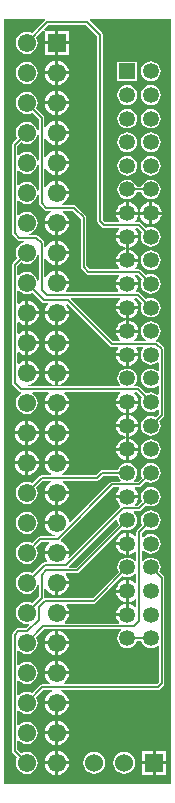
<source format=gbl>
G04 Layer_Physical_Order=2*
G04 Layer_Color=11436288*
%FSAX24Y24*%
%MOIN*%
G70*
G01*
G75*
%ADD10C,0.0060*%
%ADD12C,0.0532*%
%ADD13R,0.0532X0.0532*%
%ADD14R,0.0600X0.0600*%
%ADD15C,0.0600*%
%ADD16R,0.0610X0.0610*%
%ADD17C,0.0610*%
G36*
X015850Y013150D02*
X010300D01*
Y038650D01*
X011653D01*
X011667Y038620D01*
X011670Y038600D01*
X011237Y038167D01*
X011234Y038169D01*
X011145Y038206D01*
X011050Y038218D01*
X010955Y038206D01*
X010866Y038169D01*
X010790Y038110D01*
X010731Y038034D01*
X010694Y037945D01*
X010682Y037850D01*
X010694Y037755D01*
X010731Y037666D01*
X010790Y037590D01*
X010866Y037531D01*
X010955Y037494D01*
X011050Y037482D01*
X011145Y037494D01*
X011234Y037531D01*
X011310Y037590D01*
X011369Y037666D01*
X011406Y037755D01*
X011418Y037850D01*
X011406Y037945D01*
X011369Y038034D01*
X011367Y038037D01*
X011602Y038272D01*
X011629Y038255D01*
X011633Y038252D01*
X011637Y038249D01*
X011642Y038246D01*
X011645Y038244D01*
Y038244D01*
Y038236D01*
X011645Y038210D01*
Y038206D01*
Y038206D01*
Y037900D01*
X012000D01*
Y038255D01*
X011694D01*
X011694D01*
X011690Y038255D01*
X011664Y038255D01*
X011656D01*
X011656D01*
X011654Y038258D01*
X011651Y038263D01*
X011648Y038267D01*
X011645Y038271D01*
X011628Y038298D01*
X011778Y038448D01*
X013037D01*
X013408Y038077D01*
Y031905D01*
X013415Y031870D01*
X013435Y031840D01*
X013560Y031715D01*
X013590Y031695D01*
X013625Y031688D01*
X014115D01*
X014131Y031638D01*
X014081Y031573D01*
X014044Y031484D01*
X014038Y031438D01*
X014762D01*
X014756Y031484D01*
X014719Y031573D01*
X014669Y031638D01*
X014685Y031688D01*
X014758D01*
X014900Y031546D01*
X014870Y031473D01*
X014859Y031388D01*
X014870Y031303D01*
X014903Y031224D01*
X014955Y031156D01*
X015023Y031104D01*
X015102Y031071D01*
X015187Y031060D01*
X015272Y031071D01*
X015352Y031104D01*
X015420Y031156D01*
X015472Y031224D01*
X015505Y031303D01*
X015516Y031388D01*
X015505Y031473D01*
X015472Y031552D01*
X015420Y031621D01*
X015352Y031673D01*
X015272Y031706D01*
X015187Y031717D01*
X015102Y031706D01*
X015030Y031676D01*
X014860Y031845D01*
X014831Y031865D01*
X014796Y031872D01*
X014679D01*
X014666Y031922D01*
X014719Y031991D01*
X014756Y032080D01*
X014762Y032126D01*
X014038D01*
X014044Y032080D01*
X014081Y031991D01*
X014134Y031922D01*
X014121Y031872D01*
X013663D01*
X013592Y031943D01*
Y038115D01*
X013585Y038150D01*
X013565Y038180D01*
X013145Y038600D01*
X013148Y038620D01*
X013162Y038650D01*
X015850D01*
Y013150D01*
D02*
G37*
%LPC*%
G36*
X014762Y025826D02*
X014450D01*
Y025514D01*
X014495Y025520D01*
X014584Y025557D01*
X014661Y025616D01*
X014719Y025692D01*
X014756Y025781D01*
X014762Y025826D01*
D02*
G37*
G36*
X014350D02*
X014038D01*
X014044Y025781D01*
X014081Y025692D01*
X014139Y025616D01*
X014216Y025557D01*
X014305Y025520D01*
X014350Y025514D01*
Y025826D01*
D02*
G37*
G36*
X012452Y015800D02*
X012100D01*
Y015448D01*
X012156Y015455D01*
X012254Y015496D01*
X012339Y015561D01*
X012404Y015646D01*
X012445Y015744D01*
X012452Y015800D01*
D02*
G37*
G36*
X012100Y015252D02*
Y014900D01*
X012452D01*
X012445Y014956D01*
X012404Y015054D01*
X012339Y015139D01*
X012254Y015204D01*
X012156Y015245D01*
X012100Y015252D01*
D02*
G37*
G36*
X012000Y015800D02*
X011648D01*
X011655Y015744D01*
X011696Y015646D01*
X011761Y015561D01*
X011846Y015496D01*
X011944Y015455D01*
X012000Y015448D01*
Y015800D01*
D02*
G37*
G36*
X012452Y025800D02*
X012100D01*
Y025448D01*
X012156Y025455D01*
X012254Y025496D01*
X012339Y025561D01*
X012404Y025646D01*
X012445Y025744D01*
X012452Y025800D01*
D02*
G37*
G36*
X012100Y025252D02*
Y024900D01*
X012452D01*
X012445Y024956D01*
X012404Y025054D01*
X012339Y025139D01*
X012254Y025204D01*
X012156Y025245D01*
X012100Y025252D01*
D02*
G37*
G36*
X012000D02*
X011944Y025245D01*
X011846Y025204D01*
X011761Y025139D01*
X011696Y025054D01*
X011655Y024956D01*
X011648Y024900D01*
X012000D01*
Y025252D01*
D02*
G37*
G36*
X011100D02*
Y024900D01*
X011452D01*
X011445Y024956D01*
X011404Y025054D01*
X011339Y025139D01*
X011254Y025204D01*
X011156Y025245D01*
X011100Y025252D01*
D02*
G37*
G36*
X012000Y025800D02*
X011648D01*
X011655Y025744D01*
X011696Y025646D01*
X011761Y025561D01*
X011846Y025496D01*
X011944Y025455D01*
X012000Y025448D01*
Y025800D01*
D02*
G37*
G36*
X014450Y025451D02*
Y025139D01*
X014762D01*
X014756Y025184D01*
X014719Y025273D01*
X014661Y025350D01*
X014584Y025408D01*
X014495Y025445D01*
X014450Y025451D01*
D02*
G37*
G36*
X014350D02*
X014305Y025445D01*
X014216Y025408D01*
X014139Y025350D01*
X014081Y025273D01*
X014044Y025184D01*
X014038Y025139D01*
X014350D01*
Y025451D01*
D02*
G37*
G36*
Y028601D02*
X014305Y028595D01*
X014216Y028558D01*
X014139Y028499D01*
X014081Y028423D01*
X014044Y028334D01*
X014038Y028289D01*
X014350D01*
Y028601D01*
D02*
G37*
G36*
X013300Y014213D02*
X013206Y014201D01*
X013118Y014164D01*
X013043Y014107D01*
X012986Y014032D01*
X012949Y013944D01*
X012937Y013850D01*
X012949Y013756D01*
X012986Y013668D01*
X013043Y013593D01*
X013118Y013536D01*
X013206Y013499D01*
X013300Y013487D01*
X013394Y013499D01*
X013482Y013536D01*
X013557Y013593D01*
X013614Y013668D01*
X013651Y013756D01*
X013663Y013850D01*
X013651Y013944D01*
X013614Y014032D01*
X013557Y014107D01*
X013482Y014164D01*
X013394Y014201D01*
X013300Y014213D01*
D02*
G37*
G36*
X014300D02*
X014206Y014201D01*
X014118Y014164D01*
X014043Y014107D01*
X013986Y014032D01*
X013949Y013944D01*
X013937Y013850D01*
X013949Y013756D01*
X013986Y013668D01*
X014043Y013593D01*
X014118Y013536D01*
X014206Y013499D01*
X014300Y013487D01*
X014394Y013499D01*
X014482Y013536D01*
X014557Y013593D01*
X014614Y013668D01*
X014651Y013756D01*
X014663Y013850D01*
X014651Y013944D01*
X014614Y014032D01*
X014557Y014107D01*
X014482Y014164D01*
X014394Y014201D01*
X014300Y014213D01*
D02*
G37*
G36*
X015250Y013800D02*
X014900D01*
Y013450D01*
X015250D01*
Y013800D01*
D02*
G37*
G36*
X015700D02*
X015350D01*
Y013450D01*
X015700D01*
Y013800D01*
D02*
G37*
G36*
X014450Y028601D02*
Y028289D01*
X014762D01*
X014756Y028334D01*
X014719Y028423D01*
X014661Y028499D01*
X014584Y028558D01*
X014495Y028595D01*
X014450Y028601D01*
D02*
G37*
G36*
X012000Y014252D02*
X011944Y014245D01*
X011846Y014204D01*
X011761Y014139D01*
X011696Y014054D01*
X011655Y013956D01*
X011648Y013900D01*
X012000D01*
Y014252D01*
D02*
G37*
G36*
Y014800D02*
X011648D01*
X011655Y014744D01*
X011696Y014646D01*
X011761Y014561D01*
X011846Y014496D01*
X011944Y014455D01*
X012000Y014448D01*
Y014800D01*
D02*
G37*
G36*
X012452D02*
X012100D01*
Y014448D01*
X012156Y014455D01*
X012254Y014496D01*
X012339Y014561D01*
X012404Y014646D01*
X012445Y014744D01*
X012452Y014800D01*
D02*
G37*
G36*
X012000Y015252D02*
X011944Y015245D01*
X011846Y015204D01*
X011761Y015139D01*
X011696Y015054D01*
X011655Y014956D01*
X011648Y014900D01*
X012000D01*
Y015252D01*
D02*
G37*
G36*
X012100Y014252D02*
Y013900D01*
X012452D01*
X012445Y013956D01*
X012404Y014054D01*
X012339Y014139D01*
X012254Y014204D01*
X012156Y014245D01*
X012100Y014252D01*
D02*
G37*
G36*
X015250Y014250D02*
X014900D01*
Y013900D01*
X015250D01*
Y014250D01*
D02*
G37*
G36*
X015700D02*
X015350D01*
Y013900D01*
X015700D01*
Y014250D01*
D02*
G37*
G36*
X011000Y025252D02*
X010944Y025245D01*
X010846Y025204D01*
X010761Y025139D01*
X010696Y025054D01*
X010655Y024956D01*
X010648Y024900D01*
X011000D01*
Y025252D01*
D02*
G37*
G36*
Y023800D02*
X010648D01*
X010655Y023744D01*
X010696Y023646D01*
X010761Y023561D01*
X010846Y023496D01*
X010944Y023455D01*
X011000Y023448D01*
Y023800D01*
D02*
G37*
G36*
X015187Y023843D02*
X015102Y023832D01*
X015023Y023799D01*
X014955Y023746D01*
X014903Y023678D01*
X014870Y023599D01*
X014859Y023514D01*
X014870Y023429D01*
X014900Y023357D01*
X014765Y023222D01*
X014636D01*
X014619Y023272D01*
X014632Y023282D01*
X014685Y023350D01*
X014717Y023429D01*
X014729Y023514D01*
X014717Y023599D01*
X014685Y023678D01*
X014632Y023746D01*
X014564Y023799D01*
X014485Y023832D01*
X014400Y023843D01*
X014315Y023832D01*
X014236Y023799D01*
X014168Y023746D01*
X014115Y023678D01*
X014085Y023606D01*
X013554D01*
X013525Y023600D01*
X013519Y023599D01*
X013489Y023579D01*
X013352Y023442D01*
X012254D01*
X012244Y023492D01*
X012254Y023496D01*
X012339Y023561D01*
X012404Y023646D01*
X012445Y023744D01*
X012452Y023800D01*
X011648D01*
X011655Y023744D01*
X011696Y023646D01*
X011761Y023561D01*
X011846Y023496D01*
X011856Y023492D01*
X011846Y023442D01*
X011550D01*
X011515Y023435D01*
X011485Y023415D01*
X011237Y023167D01*
X011234Y023169D01*
X011145Y023206D01*
X011050Y023218D01*
X010955Y023206D01*
X010866Y023169D01*
X010790Y023110D01*
X010731Y023034D01*
X010694Y022945D01*
X010682Y022850D01*
X010694Y022755D01*
X010731Y022666D01*
X010790Y022590D01*
X010866Y022531D01*
X010955Y022494D01*
X011050Y022482D01*
X011145Y022494D01*
X011234Y022531D01*
X011310Y022590D01*
X011369Y022666D01*
X011406Y022755D01*
X011418Y022850D01*
X011406Y022945D01*
X011369Y023034D01*
X011367Y023037D01*
X011588Y023258D01*
X011846D01*
X011856Y023208D01*
X011846Y023204D01*
X011761Y023139D01*
X011696Y023054D01*
X011655Y022956D01*
X011648Y022900D01*
X012452D01*
X012445Y022956D01*
X012404Y023054D01*
X012339Y023139D01*
X012254Y023204D01*
X012244Y023208D01*
X012254Y023258D01*
X013390D01*
X013425Y023265D01*
X013455Y023285D01*
X013592Y023422D01*
X014085D01*
X014115Y023350D01*
X014168Y023282D01*
X014181Y023272D01*
X014164Y023222D01*
X013900D01*
X013871Y023216D01*
X013865Y023215D01*
X013835Y023195D01*
X012507Y021867D01*
X012454Y021885D01*
X012445Y021956D01*
X012404Y022054D01*
X012339Y022139D01*
X012254Y022204D01*
X012156Y022245D01*
X012100Y022252D01*
Y021850D01*
X012050D01*
Y021800D01*
X011648D01*
X011655Y021744D01*
X011696Y021646D01*
X011761Y021561D01*
X011846Y021496D01*
X011944Y021455D01*
X011983Y021450D01*
X011979Y021400D01*
X011508D01*
X011473Y021393D01*
X011444Y021373D01*
X011237Y021167D01*
X011234Y021169D01*
X011145Y021206D01*
X011050Y021218D01*
X010955Y021206D01*
X010866Y021169D01*
X010790Y021110D01*
X010731Y021034D01*
X010694Y020945D01*
X010682Y020850D01*
X010694Y020755D01*
X010731Y020666D01*
X010790Y020590D01*
X010866Y020531D01*
X010955Y020494D01*
X011050Y020482D01*
X011145Y020494D01*
X011234Y020531D01*
X011310Y020590D01*
X011369Y020666D01*
X011406Y020755D01*
X011418Y020850D01*
X011406Y020945D01*
X011369Y021034D01*
X011367Y021037D01*
X011546Y021217D01*
X011780D01*
X011797Y021167D01*
X011761Y021139D01*
X011696Y021054D01*
X011655Y020956D01*
X011648Y020900D01*
X012452D01*
X012445Y020956D01*
X012404Y021054D01*
X012339Y021139D01*
X012254Y021204D01*
X012198Y021227D01*
X012186Y021286D01*
X013938Y023038D01*
X014127D01*
X014143Y022991D01*
X014139Y022988D01*
X014081Y022911D01*
X014044Y022822D01*
X014038Y022777D01*
X014762D01*
X014756Y022822D01*
X014719Y022911D01*
X014661Y022988D01*
X014657Y022991D01*
X014673Y023038D01*
X014803D01*
X014838Y023045D01*
X014868Y023065D01*
X015030Y023227D01*
X015102Y023197D01*
X015187Y023186D01*
X015272Y023197D01*
X015352Y023230D01*
X015420Y023282D01*
X015472Y023350D01*
X015505Y023429D01*
X015516Y023514D01*
X015505Y023599D01*
X015472Y023678D01*
X015420Y023746D01*
X015352Y023799D01*
X015272Y023832D01*
X015187Y023843D01*
D02*
G37*
G36*
X012452Y022800D02*
X012100D01*
Y022448D01*
X012156Y022455D01*
X012254Y022496D01*
X012339Y022561D01*
X012404Y022646D01*
X012445Y022744D01*
X012452Y022800D01*
D02*
G37*
G36*
X011100Y024252D02*
Y023900D01*
X011452D01*
X011445Y023956D01*
X011404Y024054D01*
X011339Y024139D01*
X011254Y024204D01*
X011156Y024245D01*
X011100Y024252D01*
D02*
G37*
G36*
X011000D02*
X010944Y024245D01*
X010846Y024204D01*
X010761Y024139D01*
X010696Y024054D01*
X010655Y023956D01*
X010648Y023900D01*
X011000D01*
Y024252D01*
D02*
G37*
G36*
X011452Y023800D02*
X011100D01*
Y023448D01*
X011156Y023455D01*
X011254Y023496D01*
X011339Y023561D01*
X011404Y023646D01*
X011445Y023744D01*
X011452Y023800D01*
D02*
G37*
G36*
X012000Y022800D02*
X011648D01*
X011655Y022744D01*
X011696Y022646D01*
X011761Y022561D01*
X011846Y022496D01*
X011944Y022455D01*
X012000Y022448D01*
Y022800D01*
D02*
G37*
G36*
X014350Y021514D02*
X014305Y021508D01*
X014216Y021471D01*
X014139Y021413D01*
X014081Y021336D01*
X014044Y021247D01*
X014038Y021202D01*
X014350D01*
Y021514D01*
D02*
G37*
G36*
Y021102D02*
X014038D01*
X014044Y021056D01*
X014081Y020968D01*
X014139Y020891D01*
X014216Y020832D01*
X014305Y020796D01*
X014350Y020790D01*
Y021102D01*
D02*
G37*
G36*
X012452Y019800D02*
X012100D01*
Y019448D01*
X012156Y019455D01*
X012254Y019496D01*
X012339Y019561D01*
X012404Y019646D01*
X012445Y019744D01*
X012452Y019800D01*
D02*
G37*
G36*
X015187Y023055D02*
X015102Y023044D01*
X015023Y023011D01*
X014955Y022959D01*
X014903Y022891D01*
X014870Y022812D01*
X014859Y022727D01*
X014870Y022642D01*
X014900Y022569D01*
X014753Y022422D01*
X014677D01*
X014665Y022472D01*
X014719Y022542D01*
X014756Y022631D01*
X014762Y022677D01*
X014038D01*
X014044Y022631D01*
X014081Y022542D01*
X014139Y022466D01*
X014171Y022441D01*
X014167Y022382D01*
X012477Y020692D01*
X012435Y020720D01*
X012445Y020744D01*
X012452Y020800D01*
X011648D01*
X011655Y020744D01*
X011696Y020646D01*
X011738Y020592D01*
X011713Y020542D01*
X011650D01*
X011615Y020535D01*
X011585Y020515D01*
X011237Y020167D01*
X011234Y020169D01*
X011145Y020206D01*
X011050Y020218D01*
X010955Y020206D01*
X010866Y020169D01*
X010790Y020110D01*
X010731Y020034D01*
X010694Y019945D01*
X010682Y019850D01*
X010694Y019755D01*
X010731Y019666D01*
X010790Y019590D01*
X010866Y019531D01*
X010955Y019494D01*
X011050Y019482D01*
X011145Y019494D01*
X011234Y019531D01*
X011310Y019590D01*
X011369Y019666D01*
X011406Y019755D01*
X011408Y019774D01*
X011458Y019771D01*
Y019388D01*
X011237Y019167D01*
X011234Y019169D01*
X011145Y019206D01*
X011050Y019218D01*
X010955Y019206D01*
X010866Y019169D01*
X010790Y019110D01*
X010731Y019034D01*
X010694Y018945D01*
X010682Y018850D01*
X010694Y018755D01*
X010731Y018666D01*
X010790Y018590D01*
X010866Y018531D01*
X010955Y018494D01*
X011050Y018482D01*
X011115Y018490D01*
X011138Y018443D01*
X011037Y018342D01*
X010775D01*
X010740Y018335D01*
X010710Y018315D01*
X010585Y018190D01*
X010565Y018160D01*
X010558Y018125D01*
Y014250D01*
X010565Y014215D01*
X010585Y014185D01*
X010733Y014037D01*
X010731Y014034D01*
X010694Y013945D01*
X010682Y013850D01*
X010694Y013755D01*
X010731Y013666D01*
X010790Y013590D01*
X010866Y013531D01*
X010955Y013494D01*
X011050Y013482D01*
X011145Y013494D01*
X011234Y013531D01*
X011310Y013590D01*
X011369Y013666D01*
X011406Y013755D01*
X011418Y013850D01*
X011406Y013945D01*
X011369Y014034D01*
X011310Y014110D01*
X011234Y014169D01*
X011145Y014206D01*
X011050Y014218D01*
X010955Y014206D01*
X010866Y014169D01*
X010863Y014167D01*
X010742Y014288D01*
Y014574D01*
X010774Y014585D01*
X010792Y014588D01*
X010866Y014531D01*
X010955Y014494D01*
X011050Y014482D01*
X011145Y014494D01*
X011234Y014531D01*
X011310Y014590D01*
X011369Y014666D01*
X011406Y014755D01*
X011418Y014850D01*
X011406Y014945D01*
X011369Y015034D01*
X011310Y015110D01*
X011234Y015169D01*
X011145Y015206D01*
X011050Y015218D01*
X010955Y015206D01*
X010866Y015169D01*
X010792Y015112D01*
X010774Y015115D01*
X010742Y015126D01*
Y015574D01*
X010774Y015585D01*
X010792Y015588D01*
X010866Y015531D01*
X010955Y015494D01*
X011050Y015482D01*
X011145Y015494D01*
X011234Y015531D01*
X011310Y015590D01*
X011369Y015666D01*
X011406Y015755D01*
X011418Y015850D01*
X011406Y015945D01*
X011369Y016034D01*
X011367Y016037D01*
X011613Y016283D01*
X011907D01*
X011917Y016233D01*
X011846Y016204D01*
X011761Y016139D01*
X011696Y016054D01*
X011655Y015956D01*
X011648Y015900D01*
X012452D01*
X012445Y015956D01*
X012404Y016054D01*
X012339Y016139D01*
X012254Y016204D01*
X012183Y016233D01*
X012193Y016283D01*
X015425D01*
X015460Y016290D01*
X015490Y016310D01*
X015615Y016435D01*
X015635Y016465D01*
X015642Y016500D01*
Y020002D01*
X015635Y020037D01*
X015615Y020067D01*
X015475Y020207D01*
X015505Y020280D01*
X015516Y020365D01*
X015505Y020450D01*
X015472Y020529D01*
X015420Y020597D01*
X015352Y020649D01*
X015272Y020682D01*
X015187Y020693D01*
X015102Y020682D01*
X015023Y020649D01*
X014955Y020597D01*
X014942Y020580D01*
X014892Y020597D01*
Y020920D01*
X014942Y020937D01*
X014955Y020920D01*
X015023Y020867D01*
X015102Y020835D01*
X015187Y020823D01*
X015272Y020835D01*
X015352Y020867D01*
X015420Y020920D01*
X015472Y020988D01*
X015505Y021067D01*
X015516Y021152D01*
X015505Y021237D01*
X015472Y021316D01*
X015420Y021384D01*
X015352Y021437D01*
X015272Y021469D01*
X015187Y021481D01*
X015102Y021469D01*
X015023Y021437D01*
X014955Y021384D01*
X014942Y021367D01*
X014892Y021384D01*
Y021514D01*
X015030Y021652D01*
X015102Y021622D01*
X015187Y021611D01*
X015272Y021622D01*
X015352Y021655D01*
X015420Y021707D01*
X015472Y021775D01*
X015505Y021854D01*
X015516Y021939D01*
X015505Y022024D01*
X015472Y022104D01*
X015420Y022172D01*
X015352Y022224D01*
X015272Y022257D01*
X015187Y022268D01*
X015102Y022257D01*
X015023Y022224D01*
X014955Y022172D01*
X014903Y022104D01*
X014870Y022024D01*
X014859Y021939D01*
X014870Y021854D01*
X014900Y021782D01*
X014735Y021617D01*
X014715Y021587D01*
X014708Y021552D01*
Y021429D01*
X014675Y021418D01*
X014658Y021415D01*
X014584Y021471D01*
X014495Y021508D01*
X014450Y021514D01*
Y021152D01*
Y020790D01*
X014495Y020796D01*
X014584Y020832D01*
X014658Y020889D01*
X014675Y020886D01*
X014708Y020875D01*
Y020580D01*
X014658Y020563D01*
X014632Y020597D01*
X014564Y020649D01*
X014485Y020682D01*
X014400Y020693D01*
X014315Y020682D01*
X014236Y020649D01*
X014168Y020597D01*
X014115Y020529D01*
X014083Y020450D01*
X014071Y020365D01*
X014083Y020280D01*
X014113Y020207D01*
X013247Y019342D01*
X011690D01*
X011649Y019349D01*
X011642Y019390D01*
Y019646D01*
X011692Y019656D01*
X011696Y019646D01*
X011761Y019561D01*
X011846Y019496D01*
X011944Y019455D01*
X012000Y019448D01*
Y019850D01*
X012050D01*
Y019900D01*
X012452D01*
X012445Y019956D01*
X012404Y020054D01*
X012347Y020128D01*
X012363Y020178D01*
X012731D01*
X012766Y020185D01*
X012796Y020205D01*
X014242Y021652D01*
X014315Y021622D01*
X014400Y021611D01*
X014485Y021622D01*
X014564Y021655D01*
X014632Y021707D01*
X014685Y021775D01*
X014717Y021854D01*
X014729Y021939D01*
X014717Y022024D01*
X014685Y022104D01*
X014632Y022172D01*
X014611Y022188D01*
X014628Y022238D01*
X014791D01*
X014826Y022245D01*
X014856Y022265D01*
X015030Y022439D01*
X015102Y022409D01*
X015187Y022398D01*
X015272Y022409D01*
X015352Y022442D01*
X015420Y022494D01*
X015472Y022562D01*
X015505Y022642D01*
X015516Y022727D01*
X015505Y022812D01*
X015472Y022891D01*
X015420Y022959D01*
X015352Y023011D01*
X015272Y023044D01*
X015187Y023055D01*
D02*
G37*
G36*
X012000Y022252D02*
X011944Y022245D01*
X011846Y022204D01*
X011761Y022139D01*
X011696Y022054D01*
X011655Y021956D01*
X011648Y021900D01*
X012000D01*
Y022252D01*
D02*
G37*
G36*
X011050Y022218D02*
X010955Y022206D01*
X010866Y022169D01*
X010790Y022110D01*
X010731Y022034D01*
X010694Y021945D01*
X010682Y021850D01*
X010694Y021755D01*
X010731Y021666D01*
X010790Y021590D01*
X010866Y021531D01*
X010955Y021494D01*
X011050Y021482D01*
X011145Y021494D01*
X011234Y021531D01*
X011310Y021590D01*
X011369Y021666D01*
X011406Y021755D01*
X011418Y021850D01*
X011406Y021945D01*
X011369Y022034D01*
X011310Y022110D01*
X011234Y022169D01*
X011145Y022206D01*
X011050Y022218D01*
D02*
G37*
G36*
X012000Y024800D02*
X011648D01*
X011655Y024744D01*
X011696Y024646D01*
X011761Y024561D01*
X011846Y024496D01*
X011944Y024455D01*
X012000Y024448D01*
Y024800D01*
D02*
G37*
G36*
X011452D02*
X011100D01*
Y024448D01*
X011156Y024455D01*
X011254Y024496D01*
X011339Y024561D01*
X011404Y024646D01*
X011445Y024744D01*
X011452Y024800D01*
D02*
G37*
G36*
X011000D02*
X010648D01*
X010655Y024744D01*
X010696Y024646D01*
X010761Y024561D01*
X010846Y024496D01*
X010944Y024455D01*
X011000Y024448D01*
Y024800D01*
D02*
G37*
G36*
X014762Y025039D02*
X014450D01*
Y024727D01*
X014495Y024733D01*
X014584Y024769D01*
X014661Y024828D01*
X014719Y024905D01*
X014756Y024994D01*
X014762Y025039D01*
D02*
G37*
G36*
X014350D02*
X014038D01*
X014044Y024994D01*
X014081Y024905D01*
X014139Y024828D01*
X014216Y024769D01*
X014305Y024733D01*
X014350Y024727D01*
Y025039D01*
D02*
G37*
G36*
X012452Y024800D02*
X012100D01*
Y024448D01*
X012156Y024455D01*
X012254Y024496D01*
X012339Y024561D01*
X012404Y024646D01*
X012445Y024744D01*
X012452Y024800D01*
D02*
G37*
G36*
X014450Y024664D02*
Y024352D01*
X014762D01*
X014756Y024397D01*
X014719Y024486D01*
X014661Y024562D01*
X014584Y024621D01*
X014495Y024658D01*
X014450Y024664D01*
D02*
G37*
G36*
X014350Y024252D02*
X014038D01*
X014044Y024206D01*
X014081Y024117D01*
X014139Y024041D01*
X014216Y023982D01*
X014305Y023945D01*
X014350Y023939D01*
Y024252D01*
D02*
G37*
G36*
X012100Y024252D02*
Y023900D01*
X012452D01*
X012445Y023956D01*
X012404Y024054D01*
X012339Y024139D01*
X012254Y024204D01*
X012156Y024245D01*
X012100Y024252D01*
D02*
G37*
G36*
X012000D02*
X011944Y024245D01*
X011846Y024204D01*
X011761Y024139D01*
X011696Y024054D01*
X011655Y023956D01*
X011648Y023900D01*
X012000D01*
Y024252D01*
D02*
G37*
G36*
X014350Y024664D02*
X014305Y024658D01*
X014216Y024621D01*
X014139Y024562D01*
X014081Y024486D01*
X014044Y024397D01*
X014038Y024352D01*
X014350D01*
Y024664D01*
D02*
G37*
G36*
X015187Y024630D02*
X015102Y024619D01*
X015023Y024586D01*
X014955Y024534D01*
X014903Y024466D01*
X014870Y024387D01*
X014859Y024302D01*
X014870Y024217D01*
X014903Y024137D01*
X014955Y024069D01*
X015023Y024017D01*
X015102Y023984D01*
X015187Y023973D01*
X015272Y023984D01*
X015352Y024017D01*
X015420Y024069D01*
X015472Y024137D01*
X015505Y024217D01*
X015516Y024302D01*
X015505Y024387D01*
X015472Y024466D01*
X015420Y024534D01*
X015352Y024586D01*
X015272Y024619D01*
X015187Y024630D01*
D02*
G37*
G36*
X014762Y024252D02*
X014450D01*
Y023939D01*
X014495Y023945D01*
X014584Y023982D01*
X014661Y024041D01*
X014719Y024117D01*
X014756Y024206D01*
X014762Y024252D01*
D02*
G37*
G36*
X015187Y035654D02*
X015102Y035643D01*
X015023Y035610D01*
X014955Y035558D01*
X014903Y035489D01*
X014870Y035410D01*
X014859Y035325D01*
X014870Y035240D01*
X014903Y035161D01*
X014955Y035093D01*
X015023Y035041D01*
X015102Y035008D01*
X015187Y034997D01*
X015272Y035008D01*
X015352Y035041D01*
X015420Y035093D01*
X015472Y035161D01*
X015505Y035240D01*
X015516Y035325D01*
X015505Y035410D01*
X015472Y035489D01*
X015420Y035558D01*
X015352Y035610D01*
X015272Y035643D01*
X015187Y035654D01*
D02*
G37*
G36*
X014400D02*
X014315Y035643D01*
X014236Y035610D01*
X014168Y035558D01*
X014115Y035489D01*
X014083Y035410D01*
X014071Y035325D01*
X014083Y035240D01*
X014115Y035161D01*
X014168Y035093D01*
X014236Y035041D01*
X014315Y035008D01*
X014400Y034997D01*
X014485Y035008D01*
X014564Y035041D01*
X014632Y035093D01*
X014685Y035161D01*
X014717Y035240D01*
X014729Y035325D01*
X014717Y035410D01*
X014685Y035489D01*
X014632Y035558D01*
X014564Y035610D01*
X014485Y035643D01*
X014400Y035654D01*
D02*
G37*
G36*
X011050Y036218D02*
X010955Y036206D01*
X010866Y036169D01*
X010790Y036110D01*
X010731Y036034D01*
X010694Y035945D01*
X010682Y035850D01*
X010694Y035755D01*
X010731Y035666D01*
X010790Y035590D01*
X010866Y035531D01*
X010955Y035494D01*
X011050Y035482D01*
X011145Y035494D01*
X011234Y035531D01*
X011237Y035533D01*
X011458Y035312D01*
Y034929D01*
X011408Y034926D01*
X011406Y034945D01*
X011369Y035034D01*
X011310Y035110D01*
X011234Y035169D01*
X011145Y035206D01*
X011050Y035218D01*
X010955Y035206D01*
X010866Y035169D01*
X010790Y035110D01*
X010731Y035034D01*
X010694Y034945D01*
X010682Y034850D01*
X010694Y034755D01*
X010731Y034666D01*
X010733Y034663D01*
X010585Y034515D01*
X010565Y034485D01*
X010558Y034450D01*
Y031500D01*
X010565Y031465D01*
X010585Y031435D01*
X010735Y031285D01*
X010765Y031265D01*
X010800Y031258D01*
X010971D01*
X010974Y031208D01*
X010955Y031206D01*
X010866Y031169D01*
X010790Y031110D01*
X010731Y031034D01*
X010694Y030945D01*
X010682Y030850D01*
X010694Y030755D01*
X010731Y030666D01*
X010733Y030663D01*
X010585Y030515D01*
X010565Y030485D01*
X010558Y030450D01*
Y026500D01*
X010565Y026465D01*
X010585Y026435D01*
X010781Y026239D01*
X010811Y026219D01*
X010844Y026212D01*
X010850Y026200D01*
X010857Y026162D01*
X010790Y026110D01*
X010731Y026034D01*
X010694Y025945D01*
X010682Y025850D01*
X010694Y025755D01*
X010731Y025666D01*
X010790Y025590D01*
X010866Y025531D01*
X010955Y025494D01*
X011050Y025482D01*
X011145Y025494D01*
X011234Y025531D01*
X011310Y025590D01*
X011369Y025666D01*
X011406Y025755D01*
X011418Y025850D01*
X011406Y025945D01*
X011369Y026034D01*
X011310Y026110D01*
X011243Y026162D01*
X011250Y026199D01*
X011256Y026212D01*
X011774D01*
X011791Y026162D01*
X011761Y026139D01*
X011696Y026054D01*
X011655Y025956D01*
X011648Y025900D01*
X012452D01*
X012445Y025956D01*
X012404Y026054D01*
X012339Y026139D01*
X012309Y026162D01*
X012326Y026212D01*
X014154D01*
X014171Y026162D01*
X014139Y026137D01*
X014081Y026061D01*
X014044Y025972D01*
X014038Y025926D01*
X014762D01*
X014756Y025972D01*
X014719Y026061D01*
X014661Y026137D01*
X014629Y026162D01*
X014646Y026212D01*
X014722D01*
X014900Y026034D01*
X014870Y025961D01*
X014859Y025876D01*
X014870Y025791D01*
X014903Y025712D01*
X014955Y025644D01*
X015023Y025592D01*
X015102Y025559D01*
X015187Y025548D01*
X015272Y025559D01*
X015352Y025592D01*
X015408Y025635D01*
X015458Y025618D01*
Y025490D01*
X015345Y025376D01*
X015272Y025406D01*
X015187Y025418D01*
X015102Y025406D01*
X015023Y025374D01*
X014955Y025321D01*
X014903Y025253D01*
X014870Y025174D01*
X014859Y025089D01*
X014870Y025004D01*
X014903Y024925D01*
X014955Y024857D01*
X015023Y024804D01*
X015102Y024772D01*
X015187Y024760D01*
X015272Y024772D01*
X015352Y024804D01*
X015420Y024857D01*
X015472Y024925D01*
X015505Y025004D01*
X015516Y025089D01*
X015505Y025174D01*
X015475Y025247D01*
X015615Y025387D01*
X015635Y025416D01*
X015642Y025452D01*
Y027635D01*
X015636Y027664D01*
X015635Y027670D01*
X015615Y027700D01*
X015440Y027875D01*
X015410Y027895D01*
X015375Y027902D01*
X015356D01*
X015346Y027952D01*
X015352Y027954D01*
X015420Y028006D01*
X015472Y028074D01*
X015505Y028154D01*
X015516Y028239D01*
X015505Y028324D01*
X015472Y028403D01*
X015420Y028471D01*
X015352Y028523D01*
X015272Y028556D01*
X015187Y028567D01*
X015102Y028556D01*
X015023Y028523D01*
X014955Y028471D01*
X014903Y028403D01*
X014870Y028324D01*
X014859Y028239D01*
X014870Y028154D01*
X014903Y028074D01*
X014955Y028006D01*
X015023Y027954D01*
X015029Y027952D01*
X015019Y027902D01*
X014644D01*
X014627Y027952D01*
X014661Y027978D01*
X014719Y028054D01*
X014756Y028143D01*
X014762Y028189D01*
X014038D01*
X014044Y028143D01*
X014081Y028054D01*
X014139Y027978D01*
X014173Y027952D01*
X014156Y027902D01*
X013918D01*
X012512Y029308D01*
X012532Y029358D01*
X014150D01*
X014167Y029308D01*
X014139Y029287D01*
X014081Y029210D01*
X014044Y029121D01*
X014038Y029076D01*
X014762D01*
X014756Y029121D01*
X014719Y029210D01*
X014661Y029287D01*
X014633Y029308D01*
X014650Y029358D01*
X014725D01*
X014900Y029184D01*
X014870Y029111D01*
X014859Y029026D01*
X014870Y028941D01*
X014903Y028862D01*
X014955Y028794D01*
X015023Y028741D01*
X015102Y028709D01*
X015187Y028697D01*
X015272Y028709D01*
X015352Y028741D01*
X015420Y028794D01*
X015472Y028862D01*
X015505Y028941D01*
X015516Y029026D01*
X015505Y029111D01*
X015472Y029190D01*
X015420Y029258D01*
X015352Y029311D01*
X015272Y029343D01*
X015187Y029355D01*
X015102Y029343D01*
X015030Y029313D01*
X014828Y029515D01*
X014799Y029535D01*
X014763Y029542D01*
X014716D01*
X014691Y029592D01*
X014719Y029629D01*
X014756Y029718D01*
X014762Y029763D01*
X014038D01*
X014044Y029718D01*
X014081Y029629D01*
X014109Y029592D01*
X014084Y029542D01*
X012387D01*
X012362Y029592D01*
X012404Y029646D01*
X012445Y029744D01*
X012452Y029800D01*
X012050D01*
Y029850D01*
X012000D01*
Y030252D01*
X011944Y030245D01*
X011846Y030204D01*
X011761Y030139D01*
X011696Y030054D01*
X011692Y030044D01*
X011642Y030054D01*
Y030646D01*
X011692Y030656D01*
X011696Y030646D01*
X011761Y030561D01*
X011846Y030496D01*
X011944Y030455D01*
X012000Y030448D01*
Y030850D01*
Y031252D01*
X011944Y031245D01*
X011846Y031204D01*
X011761Y031139D01*
X011696Y031054D01*
X011692Y031044D01*
X011642Y031054D01*
Y031175D01*
X011636Y031204D01*
X011635Y031210D01*
X011615Y031240D01*
X011440Y031415D01*
X011410Y031435D01*
X011375Y031442D01*
X011129D01*
X011126Y031492D01*
X011145Y031494D01*
X011234Y031531D01*
X011310Y031590D01*
X011369Y031666D01*
X011406Y031755D01*
X011418Y031850D01*
X011406Y031945D01*
X011369Y032034D01*
X011310Y032110D01*
X011234Y032169D01*
X011145Y032206D01*
X011050Y032218D01*
X010955Y032206D01*
X010866Y032169D01*
X010792Y032112D01*
X010774Y032115D01*
X010742Y032126D01*
Y032574D01*
X010774Y032585D01*
X010792Y032588D01*
X010866Y032531D01*
X010955Y032494D01*
X011050Y032482D01*
X011145Y032494D01*
X011234Y032531D01*
X011310Y032590D01*
X011369Y032666D01*
X011406Y032755D01*
X011408Y032774D01*
X011458Y032771D01*
Y032500D01*
X011465Y032465D01*
X011485Y032435D01*
X011635Y032285D01*
X011665Y032265D01*
X011700Y032258D01*
X011846D01*
X011856Y032208D01*
X011846Y032204D01*
X011761Y032139D01*
X011696Y032054D01*
X011655Y031956D01*
X011648Y031900D01*
X012452D01*
X012445Y031956D01*
X012404Y032054D01*
X012339Y032139D01*
X012254Y032204D01*
X012244Y032208D01*
X012254Y032258D01*
X012587D01*
X012853Y031992D01*
Y030375D01*
X012860Y030340D01*
X012880Y030310D01*
X013045Y030145D01*
X013075Y030125D01*
X013081Y030124D01*
X013110Y030118D01*
X014123D01*
X014135Y030068D01*
X014081Y029998D01*
X014044Y029909D01*
X014038Y029863D01*
X014762D01*
X014756Y029909D01*
X014719Y029998D01*
X014665Y030068D01*
X014677Y030118D01*
X014753D01*
X014900Y029971D01*
X014870Y029898D01*
X014859Y029813D01*
X014870Y029728D01*
X014903Y029649D01*
X014955Y029581D01*
X015023Y029529D01*
X015102Y029496D01*
X015187Y029485D01*
X015272Y029496D01*
X015352Y029529D01*
X015420Y029581D01*
X015472Y029649D01*
X015505Y029728D01*
X015516Y029813D01*
X015505Y029898D01*
X015472Y029978D01*
X015420Y030046D01*
X015352Y030098D01*
X015272Y030131D01*
X015187Y030142D01*
X015102Y030131D01*
X015030Y030101D01*
X014856Y030275D01*
X014826Y030295D01*
X014791Y030302D01*
X014687D01*
X014670Y030352D01*
X014719Y030416D01*
X014756Y030505D01*
X014762Y030551D01*
X014038D01*
X014044Y030505D01*
X014081Y030416D01*
X014130Y030352D01*
X014113Y030302D01*
X013148D01*
X013037Y030413D01*
Y032030D01*
X013031Y032059D01*
X013030Y032065D01*
X013010Y032095D01*
X012690Y032415D01*
X012660Y032435D01*
X012625Y032442D01*
X012254D01*
X012244Y032492D01*
X012254Y032496D01*
X012339Y032561D01*
X012404Y032646D01*
X012445Y032744D01*
X012452Y032800D01*
X012050D01*
Y032850D01*
X012000D01*
Y033252D01*
X011944Y033245D01*
X011846Y033204D01*
X011761Y033139D01*
X011696Y033054D01*
X011692Y033044D01*
X011642Y033054D01*
Y033646D01*
X011692Y033656D01*
X011696Y033646D01*
X011761Y033561D01*
X011846Y033496D01*
X011944Y033455D01*
X012000Y033448D01*
Y033850D01*
Y034252D01*
X011944Y034245D01*
X011846Y034204D01*
X011761Y034139D01*
X011696Y034054D01*
X011692Y034044D01*
X011642Y034054D01*
Y034646D01*
X011692Y034656D01*
X011696Y034646D01*
X011761Y034561D01*
X011846Y034496D01*
X011944Y034455D01*
X012000Y034448D01*
Y034850D01*
Y035252D01*
X011944Y035245D01*
X011846Y035204D01*
X011761Y035139D01*
X011696Y035054D01*
X011692Y035044D01*
X011642Y035054D01*
Y035350D01*
X011635Y035385D01*
X011615Y035415D01*
X011367Y035663D01*
X011369Y035666D01*
X011406Y035755D01*
X011418Y035850D01*
X011406Y035945D01*
X011369Y036034D01*
X011310Y036110D01*
X011234Y036169D01*
X011145Y036206D01*
X011050Y036218D01*
D02*
G37*
G36*
X014400Y036441D02*
X014315Y036430D01*
X014236Y036397D01*
X014168Y036345D01*
X014115Y036277D01*
X014083Y036198D01*
X014071Y036113D01*
X014083Y036028D01*
X014115Y035948D01*
X014168Y035880D01*
X014236Y035828D01*
X014315Y035795D01*
X014400Y035784D01*
X014485Y035795D01*
X014564Y035828D01*
X014632Y035880D01*
X014685Y035948D01*
X014717Y036028D01*
X014729Y036113D01*
X014717Y036198D01*
X014685Y036277D01*
X014632Y036345D01*
X014564Y036397D01*
X014485Y036430D01*
X014400Y036441D01*
D02*
G37*
G36*
X012452Y035800D02*
X012100D01*
Y035448D01*
X012156Y035455D01*
X012254Y035496D01*
X012339Y035561D01*
X012404Y035646D01*
X012445Y035744D01*
X012452Y035800D01*
D02*
G37*
G36*
X012000D02*
X011648D01*
X011655Y035744D01*
X011696Y035646D01*
X011761Y035561D01*
X011846Y035496D01*
X011944Y035455D01*
X012000Y035448D01*
Y035800D01*
D02*
G37*
G36*
X012100Y035252D02*
Y034900D01*
X012452D01*
X012445Y034956D01*
X012404Y035054D01*
X012339Y035139D01*
X012254Y035204D01*
X012156Y035245D01*
X012100Y035252D01*
D02*
G37*
G36*
Y034252D02*
Y033900D01*
X012452D01*
X012445Y033956D01*
X012404Y034054D01*
X012339Y034139D01*
X012254Y034204D01*
X012156Y034245D01*
X012100Y034252D01*
D02*
G37*
G36*
X012452Y033800D02*
X012100D01*
Y033448D01*
X012156Y033455D01*
X012254Y033496D01*
X012339Y033561D01*
X012404Y033646D01*
X012445Y033744D01*
X012452Y033800D01*
D02*
G37*
G36*
X015187Y034079D02*
X015102Y034068D01*
X015023Y034035D01*
X014955Y033983D01*
X014903Y033915D01*
X014870Y033835D01*
X014859Y033750D01*
X014870Y033665D01*
X014903Y033586D01*
X014955Y033518D01*
X015023Y033466D01*
X015102Y033433D01*
X015187Y033422D01*
X015272Y033433D01*
X015352Y033466D01*
X015420Y033518D01*
X015472Y033586D01*
X015505Y033665D01*
X015516Y033750D01*
X015505Y033835D01*
X015472Y033915D01*
X015420Y033983D01*
X015352Y034035D01*
X015272Y034068D01*
X015187Y034079D01*
D02*
G37*
G36*
X012452Y034800D02*
X012100D01*
Y034448D01*
X012156Y034455D01*
X012254Y034496D01*
X012339Y034561D01*
X012404Y034646D01*
X012445Y034744D01*
X012452Y034800D01*
D02*
G37*
G36*
X015187Y034866D02*
X015102Y034855D01*
X015023Y034822D01*
X014955Y034770D01*
X014903Y034702D01*
X014870Y034623D01*
X014859Y034538D01*
X014870Y034453D01*
X014903Y034374D01*
X014955Y034305D01*
X015023Y034253D01*
X015102Y034220D01*
X015187Y034209D01*
X015272Y034220D01*
X015352Y034253D01*
X015420Y034305D01*
X015472Y034374D01*
X015505Y034453D01*
X015516Y034538D01*
X015505Y034623D01*
X015472Y034702D01*
X015420Y034770D01*
X015352Y034822D01*
X015272Y034855D01*
X015187Y034866D01*
D02*
G37*
G36*
X014400D02*
X014315Y034855D01*
X014236Y034822D01*
X014168Y034770D01*
X014115Y034702D01*
X014083Y034623D01*
X014071Y034538D01*
X014083Y034453D01*
X014115Y034374D01*
X014168Y034305D01*
X014236Y034253D01*
X014315Y034220D01*
X014400Y034209D01*
X014485Y034220D01*
X014564Y034253D01*
X014632Y034305D01*
X014685Y034374D01*
X014717Y034453D01*
X014729Y034538D01*
X014717Y034623D01*
X014685Y034702D01*
X014632Y034770D01*
X014564Y034822D01*
X014485Y034855D01*
X014400Y034866D01*
D02*
G37*
G36*
X012100Y037252D02*
Y036900D01*
X012452D01*
X012445Y036956D01*
X012404Y037054D01*
X012339Y037139D01*
X012254Y037204D01*
X012156Y037245D01*
X012100Y037252D01*
D02*
G37*
G36*
X012000D02*
X011944Y037245D01*
X011846Y037204D01*
X011761Y037139D01*
X011696Y037054D01*
X011655Y036956D01*
X011648Y036900D01*
X012000D01*
Y037252D01*
D02*
G37*
G36*
X014726Y037226D02*
X014074D01*
Y036574D01*
X014726D01*
Y037226D01*
D02*
G37*
G36*
X012100Y038255D02*
Y037900D01*
X012455D01*
Y038255D01*
X012100D01*
D02*
G37*
G36*
X012455Y037800D02*
X012100D01*
Y037445D01*
X012455D01*
Y037800D01*
D02*
G37*
G36*
X012000D02*
X011645D01*
Y037445D01*
X012000D01*
Y037800D01*
D02*
G37*
G36*
X015187Y037229D02*
X015102Y037217D01*
X015023Y037185D01*
X014955Y037132D01*
X014903Y037064D01*
X014870Y036985D01*
X014859Y036900D01*
X014870Y036815D01*
X014903Y036736D01*
X014955Y036668D01*
X015023Y036615D01*
X015102Y036583D01*
X015187Y036571D01*
X015272Y036583D01*
X015352Y036615D01*
X015420Y036668D01*
X015472Y036736D01*
X015505Y036815D01*
X015516Y036900D01*
X015505Y036985D01*
X015472Y037064D01*
X015420Y037132D01*
X015352Y037185D01*
X015272Y037217D01*
X015187Y037229D01*
D02*
G37*
G36*
X012100Y036252D02*
Y035900D01*
X012452D01*
X012445Y035956D01*
X012404Y036054D01*
X012339Y036139D01*
X012254Y036204D01*
X012156Y036245D01*
X012100Y036252D01*
D02*
G37*
G36*
X012000D02*
X011944Y036245D01*
X011846Y036204D01*
X011761Y036139D01*
X011696Y036054D01*
X011655Y035956D01*
X011648Y035900D01*
X012000D01*
Y036252D01*
D02*
G37*
G36*
X015187Y036441D02*
X015102Y036430D01*
X015023Y036397D01*
X014955Y036345D01*
X014903Y036277D01*
X014870Y036198D01*
X014859Y036113D01*
X014870Y036028D01*
X014903Y035948D01*
X014955Y035880D01*
X015023Y035828D01*
X015102Y035795D01*
X015187Y035784D01*
X015272Y035795D01*
X015352Y035828D01*
X015420Y035880D01*
X015472Y035948D01*
X015505Y036028D01*
X015516Y036113D01*
X015505Y036198D01*
X015472Y036277D01*
X015420Y036345D01*
X015352Y036397D01*
X015272Y036430D01*
X015187Y036441D01*
D02*
G37*
G36*
X011050Y037218D02*
X010955Y037206D01*
X010866Y037169D01*
X010790Y037110D01*
X010731Y037034D01*
X010694Y036945D01*
X010682Y036850D01*
X010694Y036755D01*
X010731Y036666D01*
X010790Y036590D01*
X010866Y036531D01*
X010955Y036494D01*
X011050Y036482D01*
X011145Y036494D01*
X011234Y036531D01*
X011310Y036590D01*
X011369Y036666D01*
X011406Y036755D01*
X011418Y036850D01*
X011406Y036945D01*
X011369Y037034D01*
X011310Y037110D01*
X011234Y037169D01*
X011145Y037206D01*
X011050Y037218D01*
D02*
G37*
G36*
X012452Y036800D02*
X012100D01*
Y036448D01*
X012156Y036455D01*
X012254Y036496D01*
X012339Y036561D01*
X012404Y036646D01*
X012445Y036744D01*
X012452Y036800D01*
D02*
G37*
G36*
X012000D02*
X011648D01*
X011655Y036744D01*
X011696Y036646D01*
X011761Y036561D01*
X011846Y036496D01*
X011944Y036455D01*
X012000Y036448D01*
Y036800D01*
D02*
G37*
G36*
X012100Y031252D02*
Y030900D01*
X012452D01*
X012445Y030956D01*
X012404Y031054D01*
X012339Y031139D01*
X012254Y031204D01*
X012156Y031245D01*
X012100Y031252D01*
D02*
G37*
G36*
X014450Y030963D02*
Y030651D01*
X014762D01*
X014756Y030696D01*
X014719Y030785D01*
X014661Y030862D01*
X014584Y030920D01*
X014495Y030957D01*
X014450Y030963D01*
D02*
G37*
G36*
X014350D02*
X014305Y030957D01*
X014216Y030920D01*
X014139Y030862D01*
X014081Y030785D01*
X014044Y030696D01*
X014038Y030651D01*
X014350D01*
Y030963D01*
D02*
G37*
G36*
X012000Y031800D02*
X011648D01*
X011655Y031744D01*
X011696Y031646D01*
X011761Y031561D01*
X011846Y031496D01*
X011944Y031455D01*
X012000Y031448D01*
Y031800D01*
D02*
G37*
G36*
X014762Y031338D02*
X014450D01*
Y031026D01*
X014495Y031032D01*
X014584Y031069D01*
X014661Y031127D01*
X014719Y031204D01*
X014756Y031293D01*
X014762Y031338D01*
D02*
G37*
G36*
X014350D02*
X014038D01*
X014044Y031293D01*
X014081Y031204D01*
X014139Y031127D01*
X014216Y031069D01*
X014305Y031032D01*
X014350Y031026D01*
Y031338D01*
D02*
G37*
G36*
X012452Y030800D02*
X012100D01*
Y030448D01*
X012156Y030455D01*
X012254Y030496D01*
X012339Y030561D01*
X012404Y030646D01*
X012445Y030744D01*
X012452Y030800D01*
D02*
G37*
G36*
X014762Y028976D02*
X014450D01*
Y028664D01*
X014495Y028670D01*
X014584Y028707D01*
X014661Y028765D01*
X014719Y028842D01*
X014756Y028930D01*
X014762Y028976D01*
D02*
G37*
G36*
X014350D02*
X014038D01*
X014044Y028930D01*
X014081Y028842D01*
X014139Y028765D01*
X014216Y028707D01*
X014305Y028670D01*
X014350Y028664D01*
Y028976D01*
D02*
G37*
G36*
X012452Y013800D02*
X012100D01*
Y013448D01*
X012156Y013455D01*
X012254Y013496D01*
X012339Y013561D01*
X012404Y013646D01*
X012445Y013744D01*
X012452Y013800D01*
D02*
G37*
G36*
X015187Y030929D02*
X015102Y030918D01*
X015023Y030885D01*
X014955Y030833D01*
X014903Y030765D01*
X014870Y030686D01*
X014859Y030601D01*
X014870Y030516D01*
X014903Y030436D01*
X014955Y030368D01*
X015023Y030316D01*
X015102Y030283D01*
X015187Y030272D01*
X015272Y030283D01*
X015352Y030316D01*
X015420Y030368D01*
X015472Y030436D01*
X015505Y030516D01*
X015516Y030601D01*
X015505Y030686D01*
X015472Y030765D01*
X015420Y030833D01*
X015352Y030885D01*
X015272Y030918D01*
X015187Y030929D01*
D02*
G37*
G36*
X012100Y030252D02*
Y029900D01*
X012452D01*
X012445Y029956D01*
X012404Y030054D01*
X012339Y030139D01*
X012254Y030204D01*
X012156Y030245D01*
X012100Y030252D01*
D02*
G37*
G36*
X012000Y013800D02*
X011648D01*
X011655Y013744D01*
X011696Y013646D01*
X011761Y013561D01*
X011846Y013496D01*
X011944Y013455D01*
X012000Y013448D01*
Y013800D01*
D02*
G37*
G36*
X015237Y032538D02*
Y032226D01*
X015550D01*
X015544Y032271D01*
X015507Y032360D01*
X015448Y032436D01*
X015372Y032495D01*
X015283Y032532D01*
X015237Y032538D01*
D02*
G37*
G36*
X015137D02*
X015092Y032532D01*
X015003Y032495D01*
X014927Y032436D01*
X014868Y032360D01*
X014831Y032271D01*
X014825Y032226D01*
X015137D01*
Y032538D01*
D02*
G37*
G36*
X014450D02*
Y032226D01*
X014762D01*
X014756Y032271D01*
X014719Y032360D01*
X014661Y032436D01*
X014584Y032495D01*
X014495Y032532D01*
X014450Y032538D01*
D02*
G37*
G36*
X014400Y034079D02*
X014315Y034068D01*
X014236Y034035D01*
X014168Y033983D01*
X014115Y033915D01*
X014083Y033835D01*
X014071Y033750D01*
X014083Y033665D01*
X014115Y033586D01*
X014168Y033518D01*
X014236Y033466D01*
X014315Y033433D01*
X014400Y033422D01*
X014485Y033433D01*
X014564Y033466D01*
X014632Y033518D01*
X014685Y033586D01*
X014717Y033665D01*
X014729Y033750D01*
X014717Y033835D01*
X014685Y033915D01*
X014632Y033983D01*
X014564Y034035D01*
X014485Y034068D01*
X014400Y034079D01*
D02*
G37*
G36*
X015187Y033292D02*
X015102Y033280D01*
X015023Y033248D01*
X014955Y033195D01*
X014903Y033127D01*
X014873Y033055D01*
X014715D01*
X014685Y033127D01*
X014632Y033195D01*
X014564Y033248D01*
X014485Y033280D01*
X014400Y033292D01*
X014315Y033280D01*
X014236Y033248D01*
X014168Y033195D01*
X014115Y033127D01*
X014083Y033048D01*
X014071Y032963D01*
X014083Y032878D01*
X014115Y032799D01*
X014168Y032731D01*
X014236Y032678D01*
X014315Y032646D01*
X014400Y032634D01*
X014485Y032646D01*
X014564Y032678D01*
X014632Y032731D01*
X014685Y032799D01*
X014715Y032871D01*
X014873D01*
X014903Y032799D01*
X014955Y032731D01*
X015023Y032678D01*
X015102Y032646D01*
X015187Y032634D01*
X015272Y032646D01*
X015352Y032678D01*
X015420Y032731D01*
X015472Y032799D01*
X015505Y032878D01*
X015516Y032963D01*
X015505Y033048D01*
X015472Y033127D01*
X015420Y033195D01*
X015352Y033248D01*
X015272Y033280D01*
X015187Y033292D01*
D02*
G37*
G36*
X012100Y033252D02*
Y032900D01*
X012452D01*
X012445Y032956D01*
X012404Y033054D01*
X012339Y033139D01*
X012254Y033204D01*
X012156Y033245D01*
X012100Y033252D01*
D02*
G37*
G36*
X015550Y032126D02*
X015237D01*
Y031813D01*
X015283Y031819D01*
X015372Y031856D01*
X015448Y031915D01*
X015507Y031991D01*
X015544Y032080D01*
X015550Y032126D01*
D02*
G37*
G36*
X015137D02*
X014825D01*
X014831Y032080D01*
X014868Y031991D01*
X014927Y031915D01*
X015003Y031856D01*
X015092Y031819D01*
X015137Y031813D01*
Y032126D01*
D02*
G37*
G36*
X012452Y031800D02*
X012100D01*
Y031448D01*
X012156Y031455D01*
X012254Y031496D01*
X012339Y031561D01*
X012404Y031646D01*
X012445Y031744D01*
X012452Y031800D01*
D02*
G37*
G36*
X014350Y032538D02*
X014305Y032532D01*
X014216Y032495D01*
X014139Y032436D01*
X014081Y032360D01*
X014044Y032271D01*
X014038Y032226D01*
X014350D01*
Y032538D01*
D02*
G37*
%LPD*%
G36*
X014708Y020149D02*
Y019854D01*
X014675Y019843D01*
X014658Y019840D01*
X014584Y019897D01*
X014495Y019933D01*
X014450Y019939D01*
Y019577D01*
Y019215D01*
X014495Y019221D01*
X014584Y019258D01*
X014658Y019314D01*
X014675Y019311D01*
X014708Y019300D01*
Y019067D01*
X014675Y019055D01*
X014658Y019053D01*
X014584Y019109D01*
X014495Y019146D01*
X014450Y019152D01*
Y018790D01*
X014400D01*
Y018740D01*
X014038D01*
X014044Y018694D01*
X014081Y018605D01*
X014129Y018542D01*
X014111Y018492D01*
X012331D01*
X012314Y018542D01*
X012339Y018561D01*
X012404Y018646D01*
X012445Y018744D01*
X012452Y018800D01*
X012050D01*
Y018900D01*
X012452D01*
X012445Y018956D01*
X012404Y019054D01*
X012362Y019108D01*
X012387Y019158D01*
X013285D01*
X013321Y019165D01*
X013350Y019185D01*
X014242Y020077D01*
X014315Y020047D01*
X014400Y020036D01*
X014485Y020047D01*
X014564Y020080D01*
X014632Y020132D01*
X014658Y020166D01*
X014708Y020149D01*
D02*
G37*
G36*
X014074Y021958D02*
X014071Y021939D01*
X014083Y021854D01*
X014113Y021782D01*
X012693Y020362D01*
X012477D01*
X012457Y020412D01*
X014027Y021982D01*
X014074Y021958D01*
D02*
G37*
G36*
X014198Y018258D02*
X014168Y018235D01*
X014115Y018167D01*
X014083Y018087D01*
X014071Y018002D01*
X014083Y017917D01*
X014115Y017838D01*
X014168Y017770D01*
X014236Y017718D01*
X014315Y017685D01*
X014400Y017674D01*
X014485Y017685D01*
X014564Y017718D01*
X014632Y017770D01*
X014685Y017838D01*
X014715Y017911D01*
X014873D01*
X014903Y017838D01*
X014955Y017770D01*
X015023Y017718D01*
X015102Y017685D01*
X015187Y017674D01*
X015272Y017685D01*
X015352Y017718D01*
X015408Y017761D01*
X015458Y017744D01*
Y016538D01*
X015387Y016467D01*
X012298D01*
X012281Y016517D01*
X012339Y016561D01*
X012404Y016646D01*
X012445Y016744D01*
X012452Y016800D01*
X011648D01*
X011655Y016744D01*
X011696Y016646D01*
X011761Y016561D01*
X011819Y016517D01*
X011802Y016467D01*
X011575D01*
X011540Y016460D01*
X011510Y016440D01*
X011237Y016167D01*
X011234Y016169D01*
X011145Y016206D01*
X011050Y016218D01*
X010955Y016206D01*
X010866Y016169D01*
X010792Y016112D01*
X010774Y016115D01*
X010742Y016126D01*
Y016574D01*
X010774Y016585D01*
X010792Y016588D01*
X010866Y016531D01*
X010955Y016494D01*
X011050Y016482D01*
X011145Y016494D01*
X011234Y016531D01*
X011310Y016590D01*
X011369Y016666D01*
X011406Y016755D01*
X011418Y016850D01*
X011406Y016945D01*
X011369Y017034D01*
X011310Y017110D01*
X011234Y017169D01*
X011145Y017206D01*
X011050Y017218D01*
X010955Y017206D01*
X010866Y017169D01*
X010792Y017112D01*
X010774Y017115D01*
X010742Y017126D01*
Y017574D01*
X010774Y017585D01*
X010792Y017588D01*
X010866Y017531D01*
X010955Y017494D01*
X011050Y017482D01*
X011145Y017494D01*
X011234Y017531D01*
X011310Y017590D01*
X011369Y017666D01*
X011406Y017755D01*
X011418Y017850D01*
X011406Y017945D01*
X011369Y018034D01*
X011367Y018037D01*
X011638Y018308D01*
X014181D01*
X014198Y018258D01*
D02*
G37*
G36*
X011458Y030771D02*
Y029929D01*
X011408Y029926D01*
X011406Y029945D01*
X011369Y030034D01*
X011310Y030110D01*
X011234Y030169D01*
X011145Y030206D01*
X011050Y030218D01*
X010955Y030206D01*
X010866Y030169D01*
X010792Y030112D01*
X010774Y030115D01*
X010742Y030126D01*
Y030412D01*
X010863Y030533D01*
X010866Y030531D01*
X010955Y030494D01*
X011050Y030482D01*
X011145Y030494D01*
X011234Y030531D01*
X011310Y030590D01*
X011369Y030666D01*
X011406Y030755D01*
X011408Y030774D01*
X011458Y030771D01*
D02*
G37*
G36*
Y033771D02*
Y032929D01*
X011408Y032926D01*
X011406Y032945D01*
X011369Y033034D01*
X011310Y033110D01*
X011234Y033169D01*
X011145Y033206D01*
X011050Y033218D01*
X010955Y033206D01*
X010866Y033169D01*
X010792Y033112D01*
X010774Y033115D01*
X010742Y033126D01*
Y033574D01*
X010774Y033585D01*
X010792Y033588D01*
X010866Y033531D01*
X010955Y033494D01*
X011050Y033482D01*
X011145Y033494D01*
X011234Y033531D01*
X011310Y033590D01*
X011369Y033666D01*
X011406Y033755D01*
X011408Y033774D01*
X011458Y033771D01*
D02*
G37*
G36*
X010866Y029531D02*
X010955Y029494D01*
X011050Y029482D01*
X011145Y029494D01*
X011234Y029531D01*
X011237Y029533D01*
X011560Y029210D01*
X011590Y029190D01*
X011625Y029183D01*
X011745D01*
X011757Y029133D01*
X011696Y029054D01*
X011655Y028956D01*
X011648Y028900D01*
X012452D01*
X012445Y028956D01*
X012404Y029054D01*
X012370Y029099D01*
X012389Y029156D01*
X012401Y029160D01*
X013815Y027745D01*
X013845Y027725D01*
X013880Y027718D01*
X014081D01*
X014106Y027668D01*
X014081Y027636D01*
X014044Y027547D01*
X014038Y027501D01*
X014762D01*
X014756Y027547D01*
X014719Y027636D01*
X014694Y027668D01*
X014719Y027718D01*
X014923D01*
X014943Y027668D01*
X014903Y027615D01*
X014870Y027536D01*
X014859Y027451D01*
X014870Y027366D01*
X014903Y027287D01*
X014955Y027219D01*
X015023Y027167D01*
X015102Y027134D01*
X015187Y027123D01*
X015272Y027134D01*
X015352Y027167D01*
X015408Y027210D01*
X015458Y027193D01*
Y026922D01*
X015408Y026905D01*
X015352Y026948D01*
X015272Y026981D01*
X015187Y026992D01*
X015102Y026981D01*
X015023Y026948D01*
X014955Y026896D01*
X014903Y026828D01*
X014870Y026749D01*
X014859Y026664D01*
X014870Y026579D01*
X014903Y026500D01*
X014955Y026431D01*
X015023Y026379D01*
X015102Y026346D01*
X015187Y026335D01*
X015272Y026346D01*
X015352Y026379D01*
X015408Y026423D01*
X015458Y026406D01*
Y026134D01*
X015408Y026118D01*
X015352Y026161D01*
X015272Y026194D01*
X015187Y026205D01*
X015102Y026194D01*
X015030Y026164D01*
X014825Y026369D01*
X014795Y026389D01*
X014760Y026396D01*
X014663D01*
X014643Y026446D01*
X014685Y026500D01*
X014717Y026579D01*
X014729Y026664D01*
X014717Y026749D01*
X014685Y026828D01*
X014632Y026896D01*
X014564Y026948D01*
X014485Y026981D01*
X014400Y026992D01*
X014315Y026981D01*
X014236Y026948D01*
X014168Y026896D01*
X014115Y026828D01*
X014083Y026749D01*
X014071Y026664D01*
X014083Y026579D01*
X014115Y026500D01*
X014157Y026446D01*
X014137Y026396D01*
X012085D01*
X012085Y026398D01*
X012015D01*
X012015Y026396D01*
X011085D01*
X011082Y026446D01*
X011156Y026455D01*
X011254Y026496D01*
X011339Y026561D01*
X011404Y026646D01*
X011445Y026744D01*
X011452Y026800D01*
X011050D01*
Y026850D01*
X011000D01*
Y027252D01*
X010944Y027245D01*
X010846Y027204D01*
X010792Y027162D01*
X010742Y027187D01*
Y027513D01*
X010792Y027538D01*
X010846Y027496D01*
X010944Y027455D01*
X011000Y027448D01*
Y027850D01*
Y028252D01*
X010944Y028245D01*
X010846Y028204D01*
X010792Y028162D01*
X010742Y028187D01*
Y028513D01*
X010792Y028538D01*
X010846Y028496D01*
X010944Y028455D01*
X011000Y028448D01*
Y028850D01*
Y029252D01*
X010944Y029245D01*
X010846Y029204D01*
X010792Y029162D01*
X010742Y029187D01*
Y029574D01*
X010774Y029585D01*
X010792Y029588D01*
X010866Y029531D01*
D02*
G37*
G36*
X011458Y034771D02*
Y033929D01*
X011408Y033926D01*
X011406Y033945D01*
X011369Y034034D01*
X011310Y034110D01*
X011234Y034169D01*
X011145Y034206D01*
X011050Y034218D01*
X010955Y034206D01*
X010866Y034169D01*
X010792Y034112D01*
X010774Y034115D01*
X010742Y034126D01*
Y034412D01*
X010863Y034533D01*
X010866Y034531D01*
X010955Y034494D01*
X011050Y034482D01*
X011145Y034494D01*
X011234Y034531D01*
X011310Y034590D01*
X011369Y034666D01*
X011406Y034755D01*
X011408Y034774D01*
X011458Y034771D01*
D02*
G37*
%LPC*%
G36*
X012452Y017800D02*
X012100D01*
Y017448D01*
X012156Y017455D01*
X012254Y017496D01*
X012339Y017561D01*
X012404Y017646D01*
X012445Y017744D01*
X012452Y017800D01*
D02*
G37*
G36*
X012000Y017252D02*
X011944Y017245D01*
X011846Y017204D01*
X011761Y017139D01*
X011696Y017054D01*
X011655Y016956D01*
X011648Y016900D01*
X012000D01*
Y017252D01*
D02*
G37*
G36*
X012100D02*
Y016900D01*
X012452D01*
X012445Y016956D01*
X012404Y017054D01*
X012339Y017139D01*
X012254Y017204D01*
X012156Y017245D01*
X012100Y017252D01*
D02*
G37*
G36*
X012000Y017800D02*
X011648D01*
X011655Y017744D01*
X011696Y017646D01*
X011761Y017561D01*
X011846Y017496D01*
X011944Y017455D01*
X012000Y017448D01*
Y017800D01*
D02*
G37*
G36*
Y018252D02*
X011944Y018245D01*
X011846Y018204D01*
X011761Y018139D01*
X011696Y018054D01*
X011655Y017956D01*
X011648Y017900D01*
X012000D01*
Y018252D01*
D02*
G37*
G36*
X011100Y028252D02*
Y027900D01*
X011452D01*
X011445Y027956D01*
X011404Y028054D01*
X011339Y028139D01*
X011254Y028204D01*
X011156Y028245D01*
X011100Y028252D01*
D02*
G37*
G36*
X012000D02*
X011944Y028245D01*
X011846Y028204D01*
X011761Y028139D01*
X011696Y028054D01*
X011655Y027956D01*
X011648Y027900D01*
X012000D01*
Y028252D01*
D02*
G37*
G36*
X012452Y027800D02*
X012100D01*
Y027448D01*
X012156Y027455D01*
X012254Y027496D01*
X012339Y027561D01*
X012404Y027646D01*
X012445Y027744D01*
X012452Y027800D01*
D02*
G37*
G36*
X011452D02*
X011100D01*
Y027448D01*
X011156Y027455D01*
X011254Y027496D01*
X011339Y027561D01*
X011404Y027646D01*
X011445Y027744D01*
X011452Y027800D01*
D02*
G37*
G36*
X012000D02*
X011648D01*
X011655Y027744D01*
X011696Y027646D01*
X011761Y027561D01*
X011846Y027496D01*
X011944Y027455D01*
X012000Y027448D01*
Y027800D01*
D02*
G37*
G36*
X012452Y028800D02*
X012100D01*
Y028448D01*
X012156Y028455D01*
X012254Y028496D01*
X012339Y028561D01*
X012404Y028646D01*
X012445Y028744D01*
X012452Y028800D01*
D02*
G37*
G36*
X011100Y029252D02*
Y028900D01*
X011452D01*
X011445Y028956D01*
X011404Y029054D01*
X011339Y029139D01*
X011254Y029204D01*
X011156Y029245D01*
X011100Y029252D01*
D02*
G37*
G36*
X012000Y028800D02*
X011648D01*
X011655Y028744D01*
X011696Y028646D01*
X011761Y028561D01*
X011846Y028496D01*
X011944Y028455D01*
X012000Y028448D01*
Y028800D01*
D02*
G37*
G36*
X012100Y028252D02*
Y027900D01*
X012452D01*
X012445Y027956D01*
X012404Y028054D01*
X012339Y028139D01*
X012254Y028204D01*
X012156Y028245D01*
X012100Y028252D01*
D02*
G37*
G36*
X011452Y028800D02*
X011100D01*
Y028448D01*
X011156Y028455D01*
X011254Y028496D01*
X011339Y028561D01*
X011404Y028646D01*
X011445Y028744D01*
X011452Y028800D01*
D02*
G37*
G36*
X014762Y027401D02*
X014450D01*
Y027089D01*
X014495Y027095D01*
X014584Y027132D01*
X014661Y027190D01*
X014719Y027267D01*
X014756Y027356D01*
X014762Y027401D01*
D02*
G37*
G36*
X014350Y019939D02*
X014305Y019933D01*
X014216Y019897D01*
X014139Y019838D01*
X014081Y019762D01*
X014044Y019673D01*
X014038Y019627D01*
X014350D01*
Y019939D01*
D02*
G37*
G36*
X012452Y026800D02*
X012100D01*
Y026448D01*
X012156Y026455D01*
X012254Y026496D01*
X012339Y026561D01*
X012404Y026646D01*
X012445Y026744D01*
X012452Y026800D01*
D02*
G37*
G36*
X014350Y019527D02*
X014038D01*
X014044Y019482D01*
X014081Y019393D01*
X014139Y019316D01*
X014216Y019258D01*
X014305Y019221D01*
X014350Y019215D01*
Y019527D01*
D02*
G37*
G36*
X012100Y018252D02*
Y017900D01*
X012452D01*
X012445Y017956D01*
X012404Y018054D01*
X012339Y018139D01*
X012254Y018204D01*
X012156Y018245D01*
X012100Y018252D01*
D02*
G37*
G36*
X014350Y019152D02*
X014305Y019146D01*
X014216Y019109D01*
X014139Y019051D01*
X014081Y018974D01*
X014044Y018885D01*
X014038Y018840D01*
X014350D01*
Y019152D01*
D02*
G37*
G36*
X012100Y027252D02*
Y026900D01*
X012452D01*
X012445Y026956D01*
X012404Y027054D01*
X012339Y027139D01*
X012254Y027204D01*
X012156Y027245D01*
X012100Y027252D01*
D02*
G37*
G36*
X014350Y027401D02*
X014038D01*
X014044Y027356D01*
X014081Y027267D01*
X014139Y027190D01*
X014216Y027132D01*
X014305Y027095D01*
X014350Y027089D01*
Y027401D01*
D02*
G37*
G36*
X012000Y027252D02*
X011944Y027245D01*
X011846Y027204D01*
X011761Y027139D01*
X011696Y027054D01*
X011655Y026956D01*
X011648Y026900D01*
X012000D01*
Y027252D01*
D02*
G37*
G36*
Y026800D02*
X011648D01*
X011655Y026744D01*
X011696Y026646D01*
X011761Y026561D01*
X011846Y026496D01*
X011944Y026455D01*
X012000Y026448D01*
Y026800D01*
D02*
G37*
G36*
X011100Y027252D02*
Y026900D01*
X011452D01*
X011445Y026956D01*
X011404Y027054D01*
X011339Y027139D01*
X011254Y027204D01*
X011156Y027245D01*
X011100Y027252D01*
D02*
G37*
%LPD*%
D10*
X014400Y018002D02*
X015187D01*
X014400Y032963D02*
X015187D01*
X013554Y023514D02*
X014400D01*
X013390Y023350D02*
X013554Y023514D01*
X011550Y023350D02*
X013390D01*
X011050Y022850D02*
X011550Y023350D01*
X014803Y023130D02*
X015187Y023514D01*
X013900Y023130D02*
X014803D01*
X012078Y021308D02*
X013900Y023130D01*
X011508Y021308D02*
X012078D01*
X011050Y020850D02*
X011508Y021308D01*
X011050Y018850D02*
X011550Y019350D01*
Y020125D01*
X011695Y020270D01*
X012731D01*
X014400Y021939D01*
X014791Y022330D02*
X015187Y022727D01*
X014245Y022330D02*
X014791D01*
X012365Y020450D02*
X014245Y022330D01*
X011650Y020450D02*
X012365D01*
X011050Y019850D02*
X011650Y020450D01*
X011050Y017850D02*
X011600Y018400D01*
X014625D01*
X014800Y018575D01*
Y021552D01*
X015187Y021939D01*
X010650Y030450D02*
X011050Y030850D01*
X010650Y026500D02*
Y030450D01*
Y026500D02*
X010846Y026304D01*
X014760D01*
X015187Y025876D01*
X010650Y034450D02*
X011050Y034850D01*
X010650Y031500D02*
Y034450D01*
Y031500D02*
X010800Y031350D01*
X011375D01*
X011550Y031175D01*
Y029625D02*
Y031175D01*
Y029625D02*
X011725Y029450D01*
X014763D01*
X015187Y029026D01*
X013285Y019250D02*
X014400Y020365D01*
X011650Y019250D02*
X013285D01*
X011450Y019050D02*
X011650Y019250D01*
X011450Y018625D02*
Y019050D01*
X011075Y018250D02*
X011450Y018625D01*
X010775Y018250D02*
X011075D01*
X010650Y018125D02*
X010775Y018250D01*
X010650Y014250D02*
Y018125D01*
Y014250D02*
X011050Y013850D01*
Y029850D02*
X011625Y029275D01*
X012415D01*
X013880Y027810D01*
X015375D01*
X015550Y027635D01*
Y025452D02*
Y027635D01*
X015187Y025089D02*
X015550Y025452D01*
X011050Y035850D02*
X011550Y035350D01*
Y032500D02*
Y035350D01*
Y032500D02*
X011700Y032350D01*
X012625D01*
X012945Y032030D01*
Y030375D02*
Y032030D01*
Y030375D02*
X013110Y030210D01*
X014791D01*
X015187Y029813D01*
X014796Y031780D02*
X015187Y031388D01*
X013625Y031780D02*
X014796D01*
X013500Y031905D02*
X013625Y031780D01*
X013500Y031905D02*
Y038115D01*
X013075Y038540D02*
X013500Y038115D01*
X011740Y038540D02*
X013075D01*
X011050Y037850D02*
X011740Y038540D01*
X015187Y020365D02*
X015550Y020002D01*
Y016500D02*
Y020002D01*
X015425Y016375D02*
X015550Y016500D01*
X011575Y016375D02*
X015425D01*
X011050Y015850D02*
X011575Y016375D01*
D12*
X015187Y018002D02*
D03*
Y018790D02*
D03*
Y019577D02*
D03*
Y020365D02*
D03*
X014400Y018002D02*
D03*
Y018790D02*
D03*
Y019577D02*
D03*
Y020365D02*
D03*
Y023514D02*
D03*
Y022727D02*
D03*
Y021939D02*
D03*
Y021152D02*
D03*
X015187Y023514D02*
D03*
Y022727D02*
D03*
Y021939D02*
D03*
Y021152D02*
D03*
Y025876D02*
D03*
Y026664D02*
D03*
Y027451D02*
D03*
Y028239D02*
D03*
X014400Y025876D02*
D03*
Y026664D02*
D03*
Y027451D02*
D03*
Y028239D02*
D03*
Y025089D02*
D03*
Y024302D02*
D03*
X015187Y025089D02*
D03*
Y024302D02*
D03*
Y032176D02*
D03*
Y032963D02*
D03*
X014400Y032176D02*
D03*
Y032963D02*
D03*
Y036113D02*
D03*
Y035325D02*
D03*
Y034538D02*
D03*
Y033750D02*
D03*
X015187Y036113D02*
D03*
Y035325D02*
D03*
Y034538D02*
D03*
Y033750D02*
D03*
Y036900D02*
D03*
Y029026D02*
D03*
Y029813D02*
D03*
Y030601D02*
D03*
Y031388D02*
D03*
X014400Y029026D02*
D03*
Y029813D02*
D03*
Y030601D02*
D03*
Y031388D02*
D03*
D13*
Y036900D02*
D03*
D14*
X015300Y013850D02*
D03*
D15*
X014300D02*
D03*
X013300D02*
D03*
D16*
X012050Y037850D02*
D03*
D17*
Y036850D02*
D03*
Y035850D02*
D03*
Y034850D02*
D03*
Y033850D02*
D03*
Y032850D02*
D03*
Y031850D02*
D03*
Y030850D02*
D03*
Y029850D02*
D03*
Y028850D02*
D03*
Y027850D02*
D03*
Y026850D02*
D03*
Y025850D02*
D03*
Y024850D02*
D03*
Y023850D02*
D03*
Y022850D02*
D03*
Y021850D02*
D03*
Y020850D02*
D03*
Y019850D02*
D03*
Y018850D02*
D03*
Y017850D02*
D03*
Y016850D02*
D03*
Y015850D02*
D03*
Y014850D02*
D03*
Y013850D02*
D03*
X011050Y037850D02*
D03*
Y036850D02*
D03*
Y035850D02*
D03*
Y034850D02*
D03*
Y033850D02*
D03*
Y032850D02*
D03*
Y031850D02*
D03*
Y030850D02*
D03*
Y029850D02*
D03*
Y028850D02*
D03*
Y027850D02*
D03*
Y026850D02*
D03*
Y025850D02*
D03*
Y024850D02*
D03*
Y023850D02*
D03*
Y022850D02*
D03*
Y021850D02*
D03*
Y020850D02*
D03*
Y019850D02*
D03*
Y018850D02*
D03*
Y017850D02*
D03*
Y016850D02*
D03*
Y015850D02*
D03*
Y014850D02*
D03*
Y013850D02*
D03*
M02*

</source>
